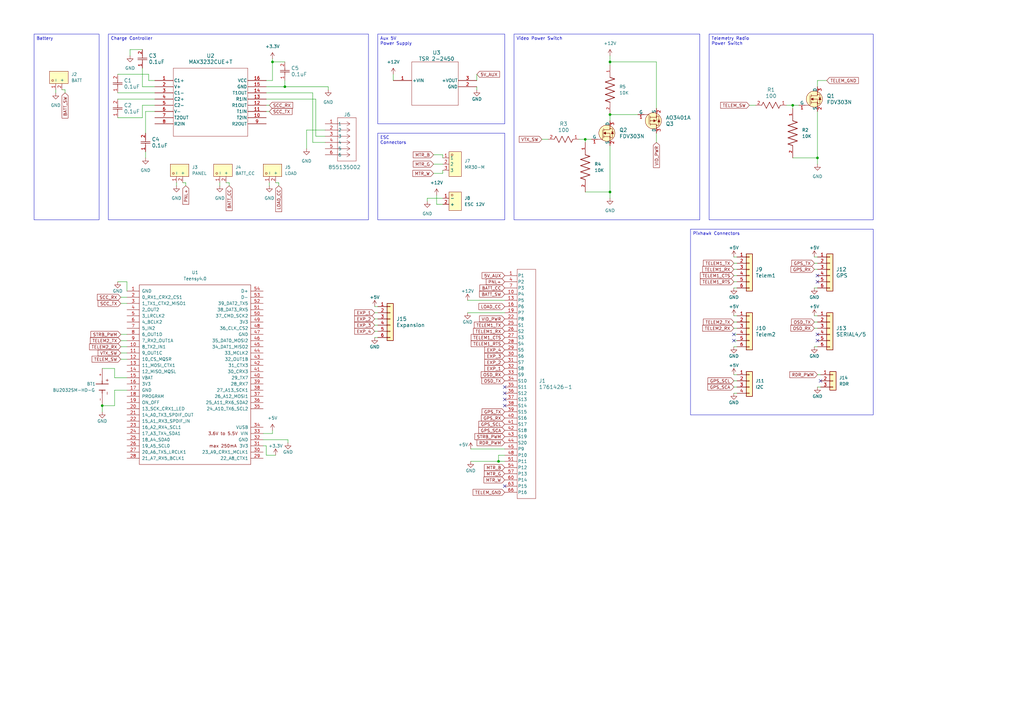
<source format=kicad_sch>
(kicad_sch (version 20231120) (generator "eeschema") (generator_version "8.0")
  (paper "A3")
  (junction (at 250.19 78.74))
  (junction (at 250.19 25.4))
  (junction (at 116.84 35.56))
  (junction (at 41.91 166.37))
  (junction (at 240.03 57.15))
  (junction (at 111.76 25.4))
  (junction (at 325.12 43.18))
  (junction (at 250.19 46.99))
  (junction (at 335.28 64.77))
  (junction (at 204.47 189.23))
  (no_connect (at 207.01 199.39))
  (no_connect (at 336.55 156.21))
  (no_connect (at 207.01 163.83))
  (no_connect (at 335.28 139.7))
  (no_connect (at 207.01 161.29))
  (no_connect (at 335.28 137.16))
  (no_connect (at 300.99 137.16))
  (no_connect (at 207.01 158.75))
  (no_connect (at 335.28 115.57))
  (no_connect (at 300.99 139.7))
  (no_connect (at 335.28 113.03))
  (no_connect (at 207.01 166.37))
  (wire (pts (xy 334.01 134.62) (xy 335.28 134.62)))
  (wire (pts (xy 153.67 130.81) (xy 154.94 130.81)))
  (wire (pts (xy 250.19 78.74) (xy 250.19 81.28)))
  (wire (pts (xy 175.26 81.28) (xy 181.61 81.28)))
  (wire (pts (xy 307.34 43.18) (xy 309.88 43.18)))
  (wire (pts (xy 48.26 38.1) (xy 63.5 38.1)))
  (wire (pts (xy 300.99 156.21) (xy 302.26 156.21)))
  (wire (pts (xy 76.2 76.2) (xy 76.2 74.93)))
  (wire (pts (xy 125.73 53.34) (xy 125.73 60.96)))
  (wire (pts (xy 41.91 151.13) (xy 46.99 151.13)))
  (wire (pts (xy 109.22 186.69) (xy 113.03 186.69)))
  (wire (pts (xy 300.99 110.49) (xy 302.26 110.49)))
  (wire (pts (xy 93.98 76.2) (xy 93.98 74.93)))
  (wire (pts (xy 204.47 189.23) (xy 204.47 186.69)))
  (wire (pts (xy 334.01 107.95) (xy 335.28 107.95)))
  (wire (pts (xy 300.99 129.54) (xy 302.26 129.54)))
  (wire (pts (xy 335.28 64.77) (xy 335.28 67.31)))
  (wire (pts (xy 300.99 132.08) (xy 302.26 132.08)))
  (wire (pts (xy 300.99 115.57) (xy 302.26 115.57)))
  (wire (pts (xy 107.95 177.8) (xy 111.76 177.8)))
  (wire (pts (xy 334.01 118.11) (xy 335.28 118.11)))
  (wire (pts (xy 153.67 125.73) (xy 154.94 125.73)))
  (wire (pts (xy 261.62 46.99) (xy 250.19 46.99)))
  (wire (pts (xy 58.42 20.32) (xy 53.34 20.32)))
  (wire (pts (xy 109.22 38.1) (xy 128.27 38.1)))
  (wire (pts (xy 114.3 74.93) (xy 114.3 76.2)))
  (wire (pts (xy 134.62 35.56) (xy 116.84 35.56)))
  (wire (pts (xy 22.86 36.83) (xy 22.86 38.1)))
  (wire (pts (xy 52.07 115.57) (xy 48.26 115.57)))
  (wire (pts (xy 175.26 82.55) (xy 175.26 81.28)))
  (wire (pts (xy 26.67 36.83) (xy 25.4 36.83)))
  (wire (pts (xy 325.12 64.77) (xy 335.28 64.77)))
  (wire (pts (xy 240.03 78.74) (xy 250.19 78.74)))
  (wire (pts (xy 49.53 142.24) (xy 52.07 142.24)))
  (wire (pts (xy 193.04 184.15) (xy 207.01 184.15)))
  (wire (pts (xy 195.58 30.48) (xy 195.58 33.02)))
  (wire (pts (xy 93.98 74.93) (xy 92.71 74.93)))
  (wire (pts (xy 49.53 121.92) (xy 52.07 121.92)))
  (wire (pts (xy 41.91 166.37) (xy 41.91 168.91)))
  (wire (pts (xy 63.5 43.18) (xy 58.42 43.18)))
  (wire (pts (xy 153.67 128.27) (xy 154.94 128.27)))
  (wire (pts (xy 90.17 74.93) (xy 90.17 76.2)))
  (wire (pts (xy 128.27 38.1) (xy 128.27 58.42)))
  (wire (pts (xy 72.39 74.93) (xy 72.39 76.2)))
  (wire (pts (xy 322.58 43.18) (xy 325.12 43.18)))
  (wire (pts (xy 52.07 119.38) (xy 52.07 115.57)))
  (wire (pts (xy 111.76 24.13) (xy 111.76 25.4)))
  (wire (pts (xy 49.53 147.32) (xy 52.07 147.32)))
  (wire (pts (xy 134.62 35.56) (xy 134.62 36.83)))
  (wire (pts (xy 133.35 55.88) (xy 129.54 55.88)))
  (wire (pts (xy 339.09 33.02) (xy 335.28 33.02)))
  (wire (pts (xy 179.07 83.82) (xy 181.61 83.82)))
  (wire (pts (xy 116.84 33.02) (xy 116.84 35.56)))
  (wire (pts (xy 49.53 124.46) (xy 52.07 124.46)))
  (wire (pts (xy 300.99 153.67) (xy 302.26 153.67)))
  (wire (pts (xy 58.42 35.56) (xy 58.42 27.94)))
  (wire (pts (xy 269.24 25.4) (xy 269.24 44.45)))
  (wire (pts (xy 153.67 135.89) (xy 154.94 135.89)))
  (wire (pts (xy 269.24 54.61) (xy 269.24 58.42)))
  (wire (pts (xy 118.11 180.34) (xy 107.95 180.34)))
  (wire (pts (xy 300.99 139.7) (xy 302.26 139.7)))
  (wire (pts (xy 46.99 151.13) (xy 46.99 154.94)))
  (wire (pts (xy 41.91 166.37) (xy 46.99 166.37)))
  (wire (pts (xy 300.99 158.75) (xy 302.26 158.75)))
  (wire (pts (xy 204.47 189.23) (xy 207.01 189.23)))
  (wire (pts (xy 269.24 25.4) (xy 250.19 25.4)))
  (wire (pts (xy 300.99 134.62) (xy 302.26 134.62)))
  (wire (pts (xy 325.12 43.18) (xy 325.12 44.45)))
  (wire (pts (xy 113.03 74.93) (xy 114.3 74.93)))
  (wire (pts (xy 111.76 25.4) (xy 116.84 25.4)))
  (wire (pts (xy 250.19 59.69) (xy 250.19 78.74)))
  (wire (pts (xy 109.22 33.02) (xy 111.76 33.02)))
  (wire (pts (xy 300.99 161.29) (xy 302.26 161.29)))
  (wire (pts (xy 177.8 67.31) (xy 181.61 67.31)))
  (wire (pts (xy 26.67 38.1) (xy 26.67 36.83)))
  (wire (pts (xy 128.27 58.42) (xy 133.35 58.42)))
  (wire (pts (xy 107.95 182.88) (xy 109.22 182.88)))
  (wire (pts (xy 300.99 142.24) (xy 302.26 142.24)))
  (wire (pts (xy 133.35 53.34) (xy 125.73 53.34)))
  (wire (pts (xy 52.07 160.02) (xy 46.99 160.02)))
  (wire (pts (xy 222.25 57.15) (xy 224.79 57.15)))
  (wire (pts (xy 153.67 133.35) (xy 154.94 133.35)))
  (wire (pts (xy 195.58 35.56) (xy 195.58 36.83)))
  (wire (pts (xy 250.19 25.4) (xy 250.19 26.67)))
  (wire (pts (xy 179.07 80.01) (xy 179.07 83.82)))
  (wire (pts (xy 325.12 43.18) (xy 327.66 43.18)))
  (wire (pts (xy 193.04 189.23) (xy 204.47 189.23)))
  (wire (pts (xy 129.54 40.64) (xy 109.22 40.64)))
  (wire (pts (xy 204.47 186.69) (xy 207.01 186.69)))
  (wire (pts (xy 109.22 182.88) (xy 109.22 186.69)))
  (wire (pts (xy 300.99 107.95) (xy 302.26 107.95)))
  (wire (pts (xy 334.01 129.54) (xy 335.28 129.54)))
  (wire (pts (xy 181.61 64.77) (xy 181.61 63.5)))
  (wire (pts (xy 181.61 63.5) (xy 177.8 63.5)))
  (wire (pts (xy 153.67 138.43) (xy 154.94 138.43)))
  (wire (pts (xy 53.34 20.32) (xy 53.34 22.86)))
  (wire (pts (xy 60.96 33.02) (xy 63.5 33.02)))
  (wire (pts (xy 76.2 74.93) (xy 74.93 74.93)))
  (wire (pts (xy 58.42 43.18) (xy 58.42 48.26)))
  (wire (pts (xy 161.29 30.48) (xy 161.29 33.02)))
  (wire (pts (xy 129.54 55.88) (xy 129.54 40.64)))
  (wire (pts (xy 334.01 105.41) (xy 335.28 105.41)))
  (wire (pts (xy 250.19 22.86) (xy 250.19 25.4)))
  (wire (pts (xy 336.55 158.75) (xy 335.28 158.75)))
  (wire (pts (xy 207.01 123.19) (xy 191.77 123.19)))
  (wire (pts (xy 60.96 33.02) (xy 60.96 30.48)))
  (wire (pts (xy 48.26 40.64) (xy 63.5 40.64)))
  (wire (pts (xy 111.76 176.53) (xy 111.76 177.8)))
  (wire (pts (xy 300.99 105.41) (xy 302.26 105.41)))
  (wire (pts (xy 49.53 139.7) (xy 52.07 139.7)))
  (wire (pts (xy 46.99 160.02) (xy 46.99 166.37)))
  (wire (pts (xy 181.61 69.85) (xy 181.61 71.12)))
  (wire (pts (xy 240.03 57.15) (xy 242.57 57.15)))
  (wire (pts (xy 63.5 45.72) (xy 59.69 45.72)))
  (wire (pts (xy 300.99 118.11) (xy 302.26 118.11)))
  (wire (pts (xy 335.28 45.72) (xy 335.28 64.77)))
  (wire (pts (xy 334.01 110.49) (xy 335.28 110.49)))
  (wire (pts (xy 240.03 57.15) (xy 240.03 58.42)))
  (wire (pts (xy 181.61 71.12) (xy 177.8 71.12)))
  (wire (pts (xy 59.69 62.23) (xy 59.69 64.77)))
  (wire (pts (xy 335.28 153.67) (xy 336.55 153.67)))
  (wire (pts (xy 63.5 35.56) (xy 58.42 35.56)))
  (wire (pts (xy 49.53 144.78) (xy 52.07 144.78)))
  (wire (pts (xy 110.49 74.93) (xy 110.49 76.2)))
  (wire (pts (xy 110.49 45.72) (xy 109.22 45.72)))
  (wire (pts (xy 49.53 137.16) (xy 52.07 137.16)))
  (wire (pts (xy 334.01 142.24) (xy 335.28 142.24)))
  (wire (pts (xy 300.99 113.03) (xy 302.26 113.03)))
  (wire (pts (xy 300.99 137.16) (xy 302.26 137.16)))
  (wire (pts (xy 118.11 181.61) (xy 118.11 180.34)))
  (wire (pts (xy 60.96 30.48) (xy 48.26 30.48)))
  (wire (pts (xy 250.19 46.99) (xy 250.19 49.53)))
  (wire (pts (xy 58.42 48.26) (xy 48.26 48.26)))
  (wire (pts (xy 46.99 154.94) (xy 52.07 154.94)))
  (wire (pts (xy 237.49 57.15) (xy 240.03 57.15)))
  (wire (pts (xy 59.69 45.72) (xy 59.69 54.61)))
  (wire (pts (xy 335.28 33.02) (xy 335.28 35.56)))
  (wire (pts (xy 109.22 43.18) (xy 110.49 43.18)))
  (wire (pts (xy 334.01 132.08) (xy 335.28 132.08)))
  (wire (pts (xy 109.22 35.56) (xy 116.84 35.56)))
  (wire (pts (xy 191.77 128.27) (xy 207.01 128.27)))
  (wire (pts (xy 111.76 25.4) (xy 111.76 33.02)))
  (text_box "Charge Controller\n" (at 44.45 13.97 0) (size 106.68 76.2) (effects (font (size 1.27 1.27)) (justify left top)))
  (text_box "Telemetry Radio\nPower Switch\n" (at 290.83 13.97 0) (size 67.31 76.2) (effects (font (size 1.27 1.27)) (justify left top)))
  (text_box "Aux 5V\nPower Supply" (at 154.94 13.97 0) (size 52.07 36.83) (effects (font (size 1.27 1.27)) (justify left top)))
  (text_box "Battery" (at 13.97 13.97 0) (size 26.67 76.2) (effects (font (size 1.27 1.27)) (justify left top)))
  (text_box "ESC\nConnectors" (at 154.94 54.61 0) (size 52.07 35.56) (effects (font (size 1.27 1.27)) (justify left top)))
  (text_box "Video Power Switch\n" (at 210.82 13.97 0) (size 76.2 76.2) (effects (font (size 1.27 1.27)) (justify left top)))
  (text_box "Pixhawk Connectors" (at 283.21 93.98 0) (size 74.93 76.2) (effects (font (size 1.27 1.27)) (justify left top)))
  (global_label "OSD_TX" (shape input) (at 207.01 156.21 180) (property "Intersheetrefs" "${INTERSHEET_REFS}" (effects (hide yes))))
  (global_label "GPS_TX" (shape input) (at 334.01 107.95 180) (property "Intersheetrefs" "${INTERSHEET_REFS}" (effects (hide yes))))
  (global_label "VID_PWR" (shape input) (at 207.01 130.81 180) (property "Intersheetrefs" "${INTERSHEET_REFS}" (effects (hide yes))))
  (global_label "EXP_2" (shape input) (at 153.67 130.81 180) (property "Intersheetrefs" "${INTERSHEET_REFS}" (effects (hide yes))))
  (global_label "GPS_SCA" (shape input) (at 300.99 158.75 180) (property "Intersheetrefs" "${INTERSHEET_REFS}" (effects (hide yes))))
  (global_label "SCC_RX" (shape input) (at 110.49 43.18 0) (property "Intersheetrefs" "${INTERSHEET_REFS}" (effects (hide yes))))
  (global_label "TELEM_SW" (shape input) (at 49.53 147.32 180) (property "Intersheetrefs" "${INTERSHEET_REFS}" (effects (hide yes))))
  (global_label "GPS_RX" (shape input) (at 207.01 171.45 180) (property "Intersheetrefs" "${INTERSHEET_REFS}" (effects (hide yes))))
  (global_label "TELEM2_TX" (shape input) (at 300.99 132.08 180) (property "Intersheetrefs" "${INTERSHEET_REFS}" (effects (hide yes))))
  (global_label "TELEM2_TX" (shape input) (at 49.53 139.7 180) (property "Intersheetrefs" "${INTERSHEET_REFS}" (effects (hide yes))))
  (global_label "STRB_PWM" (shape input) (at 207.01 179.07 180) (property "Intersheetrefs" "${INTERSHEET_REFS}" (effects (hide yes))))
  (global_label "EXP_4" (shape input) (at 207.01 143.51 180) (property "Intersheetrefs" "${INTERSHEET_REFS}" (effects (hide yes))))
  (global_label "MTR_B" (shape input) (at 177.8 63.5 180) (property "Intersheetrefs" "${INTERSHEET_REFS}" (effects (hide yes))))
  (global_label "RDR_PWM" (shape input) (at 335.28 153.67 180) (property "Intersheetrefs" "${INTERSHEET_REFS}" (effects (hide yes))))
  (global_label "TELEM_GND" (shape input) (at 207.01 201.93 180) (property "Intersheetrefs" "${INTERSHEET_REFS}" (effects (hide yes))))
  (global_label "GPS_SCL" (shape input) (at 300.99 156.21 180) (property "Intersheetrefs" "${INTERSHEET_REFS}" (effects (hide yes))))
  (global_label "MTR_W" (shape input) (at 177.8 71.12 180) (property "Intersheetrefs" "${INTERSHEET_REFS}" (effects (hide yes))))
  (global_label "EXP_1" (shape input) (at 207.01 151.13 180) (property "Intersheetrefs" "${INTERSHEET_REFS}" (effects (hide yes))))
  (global_label "EXP_1" (shape input) (at 153.67 128.27 180) (property "Intersheetrefs" "${INTERSHEET_REFS}" (effects (hide yes))))
  (global_label "EXP_3" (shape input) (at 207.01 146.05 180) (property "Intersheetrefs" "${INTERSHEET_REFS}" (effects (hide yes))))
  (global_label "EXP_3" (shape input) (at 153.67 133.35 180) (property "Intersheetrefs" "${INTERSHEET_REFS}" (effects (hide yes))))
  (global_label "SCC_RX" (shape input) (at 49.53 121.92 180) (property "Intersheetrefs" "${INTERSHEET_REFS}" (effects (hide yes))))
  (global_label "BATT_CC" (shape input) (at 93.98 76.2 270) (property "Intersheetrefs" "${INTERSHEET_REFS}" (effects (hide yes))))
  (global_label "VID_PWR" (shape input) (at 269.24 58.42 270) (property "Intersheetrefs" "${INTERSHEET_REFS}" (effects (hide yes))))
  (global_label "BATT_CC" (shape input) (at 207.01 118.11 180) (property "Intersheetrefs" "${INTERSHEET_REFS}" (effects (hide yes))))
  (global_label "GPS_TX" (shape input) (at 207.01 168.91 180) (property "Intersheetrefs" "${INTERSHEET_REFS}" (effects (hide yes))))
  (global_label "EXP_4" (shape input) (at 153.67 135.89 180) (property "Intersheetrefs" "${INTERSHEET_REFS}" (effects (hide yes))))
  (global_label "MTR_G" (shape input) (at 207.01 194.31 180) (property "Intersheetrefs" "${INTERSHEET_REFS}" (effects (hide yes))))
  (global_label "RDR_PWM" (shape input) (at 207.01 181.61 180) (property "Intersheetrefs" "${INTERSHEET_REFS}" (effects (hide yes))))
  (global_label "MTR_G" (shape input) (at 177.8 67.31 180) (property "Intersheetrefs" "${INTERSHEET_REFS}" (effects (hide yes))))
  (global_label "BATT_SW" (shape input) (at 207.01 120.65 180) (property "Intersheetrefs" "${INTERSHEET_REFS}" (effects (hide yes))))
  (global_label "TELEM1_RX" (shape input) (at 207.01 135.89 180) (property "Intersheetrefs" "${INTERSHEET_REFS}" (effects (hide yes))))
  (global_label "TELEM2_RX" (shape input) (at 300.99 134.62 180) (property "Intersheetrefs" "${INTERSHEET_REFS}" (effects (hide yes))))
  (global_label "TELEM1_CTS" (shape input) (at 300.99 113.03 180) (property "Intersheetrefs" "${INTERSHEET_REFS}" (effects (hide yes))))
  (global_label "TELEM_GND" (shape input) (at 339.09 33.02 0) (property "Intersheetrefs" "${INTERSHEET_REFS}" (effects (hide yes))))
  (global_label "GPS_SCA" (shape input) (at 207.01 176.53 180) (property "Intersheetrefs" "${INTERSHEET_REFS}" (effects (hide yes))))
  (global_label "BATT_SW" (shape input) (at 26.67 38.1 270) (property "Intersheetrefs" "${INTERSHEET_REFS}" (effects (hide yes))))
  (global_label "MTR_W" (shape input) (at 207.01 196.85 180) (property "Intersheetrefs" "${INTERSHEET_REFS}" (effects (hide yes))))
  (global_label "VTX_SW" (shape input) (at 222.25 57.15 180) (property "Intersheetrefs" "${INTERSHEET_REFS}" (effects (hide yes))))
  (global_label "PNL+" (shape input) (at 76.2 76.2 270) (property "Intersheetrefs" "${INTERSHEET_REFS}" (effects (hide yes))))
  (global_label "PNL+" (shape input) (at 207.01 115.57 180) (property "Intersheetrefs" "${INTERSHEET_REFS}" (effects (hide yes))))
  (global_label "TELEM2_RX" (shape input) (at 49.53 142.24 180) (property "Intersheetrefs" "${INTERSHEET_REFS}" (effects (hide yes))))
  (global_label "5V_AUX" (shape input) (at 207.01 113.03 180) (property "Intersheetrefs" "${INTERSHEET_REFS}" (effects (hide yes))))
  (global_label "TELEM_SW" (shape input) (at 307.34 43.18 180) (property "Intersheetrefs" "${INTERSHEET_REFS}" (effects (hide yes))))
  (global_label "GPS_RX" (shape input) (at 334.01 110.49 180) (property "Intersheetrefs" "${INTERSHEET_REFS}" (effects (hide yes))))
  (global_label "SCC_TX" (shape input) (at 49.53 124.46 180) (property "Intersheetrefs" "${INTERSHEET_REFS}" (effects (hide yes))))
  (global_label "TELEM1_RTS" (shape input) (at 207.01 140.97 180) (property "Intersheetrefs" "${INTERSHEET_REFS}" (effects (hide yes))))
  (global_label "STRB_PWM" (shape input) (at 49.53 137.16 180) (property "Intersheetrefs" "${INTERSHEET_REFS}" (effects (hide yes))))
  (global_label "MTR_B" (shape input) (at 207.01 191.77 180) (property "Intersheetrefs" "${INTERSHEET_REFS}" (effects (hide yes))))
  (global_label "GPS_SCL" (shape input) (at 207.01 173.99 180) (property "Intersheetrefs" "${INTERSHEET_REFS}" (effects (hide yes))))
  (global_label "TELEM1_TX" (shape input) (at 300.99 107.95 180) (property "Intersheetrefs" "${INTERSHEET_REFS}" (effects (hide yes))))
  (global_label "VTX_SW" (shape input) (at 49.53 144.78 180) (property "Intersheetrefs" "${INTERSHEET_REFS}" (effects (hide yes))))
  (global_label "TELEM1_CTS" (shape input) (at 207.01 138.43 180) (property "Intersheetrefs" "${INTERSHEET_REFS}" (effects (hide yes))))
  (global_label "TELEM1_RX" (shape input) (at 300.99 110.49 180) (property "Intersheetrefs" "${INTERSHEET_REFS}" (effects (hide yes))))
  (global_label "TELEM1_RTS" (shape input) (at 300.99 115.57 180) (property "Intersheetrefs" "${INTERSHEET_REFS}" (effects (hide yes))))
  (global_label "SCC_TX" (shape input) (at 110.49 45.72 0) (property "Intersheetrefs" "${INTERSHEET_REFS}" (effects (hide yes))))
  (global_label "LOAD_CC" (shape input) (at 207.01 125.73 180) (property "Intersheetrefs" "${INTERSHEET_REFS}" (effects (hide yes))))
  (global_label "5V_AUX" (shape input) (at 195.58 30.48 0) (property "Intersheetrefs" "${INTERSHEET_REFS}" (effects (hide yes))))
  (global_label "OSD_RX" (shape input) (at 334.01 134.62 180) (property "Intersheetrefs" "${INTERSHEET_REFS}" (effects (hide yes))))
  (global_label "OSD_TX" (shape input) (at 334.01 132.08 180) (property "Intersheetrefs" "${INTERSHEET_REFS}" (effects (hide yes))))
  (global_label "EXP_2" (shape input) (at 207.01 148.59 180) (property "Intersheetrefs" "${INTERSHEET_REFS}" (effects (hide yes))))
  (global_label "LOAD_CC" (shape input) (at 114.3 76.2 270) (property "Intersheetrefs" "${INTERSHEET_REFS}" (effects (hide yes))))
  (global_label "OSD_RX" (shape input) (at 207.01 153.67 180) (property "Intersheetrefs" "${INTERSHEET_REFS}" (effects (hide yes))))
  (global_label "TELEM1_TX" (shape input) (at 207.01 133.35 180) (property "Intersheetrefs" "${INTERSHEET_REFS}" (effects (hide yes))))
  (symbol (lib_id "power:+5V") (at 111.76 176.53 0) (unit 1)
    (property "Reference" "#PWR07" (effects (hide yes)))
    (property "Value" "+5V" (at 111.76 171.45 0))
  )
  (symbol (lib_id "power:+12V") (at 161.29 30.48 0) (unit 1)
    (property "Reference" "#PWR014" (effects (hide yes)))
    (property "Value" "+12V" (at 161.29 25.4 0))
  )
  (symbol (lib_id "easyeda2kicad:XT60") (at 111.76 69.85 90) (unit 1)
    (property "Reference" "J5" (at 116.84 68.58 90) (effects (justify right)))
    (property "Value" "LOAD" (at 116.84 71.12 90) (effects (justify right)))
    (property "Footprint" "easyeda2kicad:CONN-TH_XT60" (effects (hide yes)))
    (property "LCSC Part" "C98733" (effects (hide yes)))
  )
  (symbol (lib_name "+12V_1") (lib_id "power:+12V") (at 191.77 123.19 0) (unit 1)
    (property "Reference" "#PWR035" (effects (hide yes)))
    (property "Value" "+12V" (at 191.77 119.38 0))
    (property "Description" "Power symbol creates a global label with name \"+12V\"" (effects (hide yes)))
  )
  (symbol (lib_id "CRGCQ0805F10K:CRGCQ0805F10K") (at 250.19 36.83 270) (unit 1)
    (property "Reference" "R5" (at 254 35.56 90) (effects (justify left)))
    (property "Value" "10K" (at 254 38.1 90) (effects (justify left)))
    (property "Footprint" "CRGCQ0805F10K:RESC2012X65N" (effects (hide yes)))
  )
  (symbol (lib_id "CC0805KRX7R9BB104:CC0805KRX7R9BB104") (at 48.26 48.26 90) (unit 1)
    (property "Reference" "C2" (at 50.8 43.18 90) (effects (font (size 1.524 1.524)) (justify right)))
    (property "Value" "0.1uF" (at 50.8 45.72 90) (effects (font (size 1.524 1.524)) (justify right)))
    (property "Footprint" "CC0805N_YAG" (effects (hide yes)))
    (property "Datasheet" "CC0805KRX7R9BB104" (effects (hide yes)))
  )
  (symbol (lib_id "power:GND") (at 193.04 189.23 0) (mirror y) (unit 1)
    (property "Reference" "#PWR033" (effects (hide yes)))
    (property "Value" "GND" (at 193.04 193.04 0))
  )
  (symbol (lib_id "easyeda2kicad:MR30-M") (at 186.69 67.31 0) (unit 1)
    (property "Reference" "J7" (at 190.5 66.04 0) (effects (justify left)))
    (property "Value" "MR30-M" (at 190.5 68.58 0) (effects (justify left)))
    (property "Footprint" "easyeda2kicad:CONN-TH_MR30-M" (effects (hide yes)))
    (property "LCSC Part" "C99873" (effects (hide yes)))
  )
  (symbol (lib_id "power:GND") (at 53.34 22.86 0) (unit 1)
    (property "Reference" "#PWR03" (effects (hide yes)))
    (property "Value" "GND" (at 53.34 27.94 0))
  )
  (symbol (lib_id "CRGCQ0805F10K:CRGCQ0805F10K") (at 240.03 68.58 270) (unit 1)
    (property "Reference" "R4" (at 243.84 67.31 90) (effects (justify left)))
    (property "Value" "10K" (at 243.84 69.85 90) (effects (justify left)))
    (property "Footprint" "CRGCQ0805F10K:RESC2012X65N" (effects (hide yes)))
  )
  (symbol (lib_id "teensy:Teensy4.0") (at 80.01 153.67 0) (unit 1)
    (property "Reference" "U1" (at 80.01 111.76 0))
    (property "Value" "Teensy4.0" (at 80.01 114.3 0))
    (property "Footprint" "teensy_library:Teensy40" (effects (hide yes)))
  )
  (symbol (lib_id "power:+5V") (at 300.99 129.54 0) (unit 1)
    (property "Reference" "#PWR023" (effects (hide yes)))
    (property "Value" "+5V" (at 300.99 125.73 0))
  )
  (symbol (lib_id "power:GND") (at 175.26 82.55 0) (unit 1)
    (property "Reference" "#PWR016" (effects (hide yes)))
    (property "Value" "GND" (at 175.26 87.63 0))
  )
  (symbol (lib_id "power:GND") (at 334.01 142.24 0) (unit 1)
    (property "Reference" "#PWR030" (effects (hide yes)))
    (property "Value" "GND" (at 334.01 146.05 0))
  )
  (symbol (lib_id "power:GND") (at 118.11 181.61 0) (unit 1)
    (property "Reference" "#PWR011" (effects (hide yes)))
    (property "Value" "GND" (at 118.11 185.42 0))
  )
  (symbol (lib_id "easyeda2kicad:XT60") (at 24.13 31.75 90) (unit 1)
    (property "Reference" "J2" (at 29.21 30.48 90) (effects (justify right)))
    (property "Value" "BATT" (at 29.21 33.02 90) (effects (justify right)))
    (property "Footprint" "easyeda2kicad:CONN-TH_XT60" (effects (hide yes)))
    (property "LCSC Part" "C98733" (effects (hide yes)))
  )
  (symbol (lib_id "dk_Transistors-FETs-MOSFETs-Single:AO3401A") (at 269.24 49.53 0) (mirror x) (unit 1)
    (property "Reference" "Q3" (at 273.05 50.8 0) (effects (font (size 1.524 1.524)) (justify left)))
    (property "Value" "AO3401A" (at 273.05 48.26 0) (effects (font (size 1.524 1.524)) (justify left)))
    (property "Footprint" "digikey-footprints:SOT-23-3" (effects (hide yes)))
    (property "Datasheet" "http://aosmd.com/res/data_sheets/AO3401A.pdf" (effects (hide yes)))
    (property "Description" "MOSFET P-CH 30V 4A SOT23" (effects (hide yes)))
    (property "Digi-Key_PN" "785-1001-1-ND" (effects (hide yes)))
    (property "MPN" "AO3401A" (effects (hide yes)))
    (property "Category" "Discrete Semiconductor Products" (effects (hide yes)))
    (property "Family" "Transistors - FETs, MOSFETs - Single" (effects (hide yes)))
    (property "DK_Datasheet_Link" "http://aosmd.com/res/data_sheets/AO3401A.pdf" (effects (hide yes)))
    (property "DK_Detail_Page" "/product-detail/en/alpha-omega-semiconductor-inc/AO3401A/785-1001-1-ND/1855943" (effects (hide yes)))
    (property "Manufacturer" "Alpha & Omega Semiconductor Inc." (effects (hide yes)))
    (property "Status" "Active" (effects (hide yes)))
  )
  (symbol (lib_id "power:GND") (at 22.86 38.1 0) (unit 1)
    (property "Reference" "#PWR01" (effects (hide yes)))
    (property "Value" "GND" (at 22.86 43.18 0))
  )
  (symbol (lib_id "Connector_Generic:Conn_01x06") (at 340.36 134.62 0) (unit 1)
    (property "Reference" "J13" (at 342.9 134.62 0) (effects (font (size 1.524 1.524)) (justify left)))
    (property "Value" "SERIAL4/5" (at 342.9 137.16 0) (effects (font (size 1.524 1.524)) (justify left)))
    (property "Footprint" "Connector_JST:JST_PH_B6B-PH-K_1x06_P2.00mm_Vertical" (effects (hide yes)))
  )
  (symbol (lib_id "BU2032SM_HD_G:BU2032SM-HD-G") (at 41.91 158.75 270) (unit 1)
    (property "Reference" "BT1" (at 35.56 157.48 90) (effects (justify left)))
    (property "Value" "BU2032SM-HD-G" (at 21.59 160.02 90) (effects (justify left)))
    (property "Footprint" "BU2032SM_HD_G:BAT_BU2032SM-HD-G" (effects (hide yes)))
    (property "PARTREV" "01/27/17" (effects (hide yes)))
    (property "STANDARD" "Manufacturer Recommendations" (effects (hide yes)))
    (property "MAXIMUM_PACKAGE_HEIGHT" "5.30 mm" (effects (hide yes)))
    (property "MANUFACTURER" "MPD" (effects (hide yes)))
  )
  (symbol (lib_id "power:GND") (at 300.99 118.11 0) (unit 1)
    (property "Reference" "#PWR022" (effects (hide yes)))
    (property "Value" "GND" (at 300.99 121.92 0))
  )
  (symbol (lib_id "power:GND") (at 191.77 128.27 0) (mirror y) (unit 1)
    (property "Reference" "#PWR034" (effects (hide yes)))
    (property "Value" "GND" (at 191.77 132.08 0))
  )
  (symbol (lib_id "CRG0805F100R:CRG0805F100R") (at 309.88 43.18 0) (unit 1)
    (property "Reference" "R1" (at 316.23 36.83 0) (effects (font (size 1.524 1.524))))
    (property "Value" "100" (at 316.23 39.37 0) (effects (font (size 1.524 1.524))))
    (property "Footprint" "RES0805_CRG_TYCO_TYC" (effects (hide yes)))
    (property "Datasheet" "CRG0805F100R" (effects (hide yes)))
  )
  (symbol (lib_id "Connector_Generic:Conn_01x06") (at 340.36 110.49 0) (unit 1)
    (property "Reference" "J12" (at 342.9 110.49 0) (effects (font (size 1.524 1.524)) (justify left)))
    (property "Value" "GPS" (at 342.9 113.03 0) (effects (font (size 1.524 1.524)) (justify left)))
    (property "Footprint" "Connector_JST:JST_PH_B6B-PH-K_1x06_P2.00mm_Vertical" (effects (hide yes)))
  )
  (symbol (lib_id "power:GND") (at 300.99 142.24 0) (unit 1)
    (property "Reference" "#PWR024" (effects (hide yes)))
    (property "Value" "GND" (at 300.99 146.05 0))
  )
  (symbol (lib_id "power:+5V") (at 193.04 184.15 0) (unit 1)
    (property "Reference" "#PWR032" (effects (hide yes)))
    (property "Value" "+5V" (at 189.992 182.372 0))
  )
  (symbol (lib_id "Connector_Generic:Conn_01x04") (at 307.34 156.21 0) (unit 1)
    (property "Reference" "J11" (at 309.88 156.21 0) (effects (justify left)))
    (property "Value" "I2C" (at 309.88 158.75 0) (effects (justify left)))
    (property "Footprint" "Connector_JST:JST_PH_B4B-PH-K_1x04_P2.00mm_Vertical" (effects (hide yes)))
  )
  (symbol (lib_id "0855135002:855135002") (at 133.35 50.8 0) (unit 1)
    (property "Reference" "J6" (at 140.97 46.99 0) (effects (font (size 1.524 1.524)) (justify left)))
    (property "Value" "855135002" (at 134.62 68.58 0) (effects (font (size 1.524 1.524)) (justify left)))
    (property "Footprint" "CONN_85513-5002_MOL" (effects (hide yes)))
    (property "Datasheet" "855135002" (effects (hide yes)))
  )
  (symbol (lib_id "Connector_Generic:Conn_01x06") (at 160.02 130.81 0) (unit 1)
    (property "Reference" "J15" (at 162.56 130.8099 0) (effects (font (size 1.524 1.524)) (justify left)))
    (property "Value" "Expansion" (at 162.56 133.3499 0) (effects (font (size 1.524 1.524)) (justify left)))
    (property "Footprint" "Connector_JST:JST_PH_B6B-PH-K_1x06_P2.00mm_Vertical" (effects (hide yes)))
  )
  (symbol (lib_id "power:+12V") (at 179.07 80.01 0) (unit 1)
    (property "Reference" "#PWR017" (effects (hide yes)))
    (property "Value" "+12V" (at 179.07 74.93 0))
  )
  (symbol (lib_id "1761426_3:1761426-1_edge") (at 207.01 113.03 0) (unit 1)
    (property "Reference" "J1" (at 220.98 156.21 0) (effects (font (size 1.524 1.524)) (justify left)))
    (property "Value" "1761426-1" (at 220.98 158.75 0) (effects (font (size 1.524 1.524)) (justify left)))
    (property "Footprint" "1761426_3:1761426_1_CardEdge" (effects (hide yes)))
    (property "Datasheet" "1761426-1" (effects (hide yes)))
  )
  (symbol (lib_id "power:GND") (at 300.99 161.29 0) (unit 1)
    (property "Reference" "#PWR026" (effects (hide yes)))
    (property "Value" "GND" (at 300.99 165.1 0))
  )
  (symbol (lib_id "CC0805KRX7R9BB104:CC0805KRX7R9BB104") (at 58.42 27.94 90) (unit 1)
    (property "Reference" "C3" (at 60.96 22.86 90) (effects (font (size 1.524 1.524)) (justify right)))
    (property "Value" "0.1uF" (at 60.96 25.4 90) (effects (font (size 1.524 1.524)) (justify right)))
    (property "Footprint" "CC0805N_YAG" (effects (hide yes)))
    (property "Datasheet" "CC0805KRX7R9BB104" (effects (hide yes)))
  )
  (symbol (lib_id "power:GND") (at 110.49 76.2 0) (unit 1)
    (property "Reference" "#PWR05" (effects (hide yes)))
    (property "Value" "GND" (at 110.49 81.28 0))
  )
  (symbol (lib_id "power:+5V") (at 300.99 153.67 0) (unit 1)
    (property "Reference" "#PWR025" (effects (hide yes)))
    (property "Value" "+5V" (at 300.99 149.86 0))
  )
  (symbol (lib_id "CRGCQ0805F10K:CRGCQ0805F10K") (at 325.12 54.61 270) (unit 1)
    (property "Reference" "R2" (at 328.93 53.34 90) (effects (justify left)))
    (property "Value" "10K" (at 328.93 55.88 90) (effects (justify left)))
    (property "Footprint" "CRGCQ0805F10K:RESC2012X65N" (effects (hide yes)))
  )
  (symbol (lib_id "power:GND") (at 72.39 76.2 0) (unit 1)
    (property "Reference" "#PWR06" (effects (hide yes)))
    (property "Value" "GND" (at 72.39 81.28 0))
  )
  (symbol (lib_id "easyeda2kicad:XT60") (at 91.44 69.85 90) (unit 1)
    (property "Reference" "J4" (at 96.52 68.58 90) (effects (justify right)))
    (property "Value" "BATT_CC" (at 96.52 71.12 90) (effects (justify right)))
    (property "Footprint" "easyeda2kicad:CONN-TH_XT60" (effects (hide yes)))
    (property "LCSC Part" "C98733" (effects (hide yes)))
  )
  (symbol (lib_id "power:GND") (at 195.58 36.83 0) (unit 1)
    (property "Reference" "#PWR018" (effects (hide yes)))
    (property "Value" "GND" (at 195.58 40.64 0))
  )
  (symbol (lib_id "power:GND") (at 59.69 64.77 0) (unit 1)
    (property "Reference" "#PWR04" (effects (hide yes)))
    (property "Value" "GND" (at 59.69 69.85 0))
  )
  (symbol (lib_id "power:+12V") (at 250.19 22.86 0) (unit 1)
    (property "Reference" "#PWR019" (effects (hide yes)))
    (property "Value" "+12V" (at 250.19 17.78 0))
  )
  (symbol (lib_id "power:+5V") (at 334.01 105.41 0) (unit 1)
    (property "Reference" "#PWR027" (effects (hide yes)))
    (property "Value" "+5V" (at 334.01 101.6 0))
  )
  (symbol (lib_id "power:+5V") (at 300.99 105.41 0) (unit 1)
    (property "Reference" "#PWR021" (effects (hide yes)))
    (property "Value" "+5V" (at 300.99 101.6 0))
  )
  (symbol (lib_id "CRG0805F100R:CRG0805F100R") (at 224.79 57.15 0) (unit 1)
    (property "Reference" "R3" (at 231.14 50.8 0) (effects (font (size 1.524 1.524))))
    (property "Value" "100" (at 231.14 53.34 0) (effects (font (size 1.524 1.524))))
    (property "Footprint" "RES0805_CRG_TYCO_TYC" (effects (hide yes)))
    (property "Datasheet" "CRG0805F100R" (effects (hide yes)))
  )
  (symbol (lib_id "power:+5V") (at 153.67 125.73 0) (unit 1)
    (property "Reference" "#PWR036" (effects (hide yes)))
    (property "Value" "+5V" (at 153.67 121.92 0))
  )
  (symbol (lib_id "power:+3.3V") (at 111.76 24.13 0) (unit 1)
    (property "Reference" "#PWR010" (effects (hide yes)))
    (property "Value" "+3.3V" (at 111.76 19.05 0))
  )
  (symbol (lib_id "power:+3.3V") (at 113.03 186.69 0) (unit 1)
    (property "Reference" "#PWR09" (effects (hide yes)))
    (property "Value" "+3.3V" (at 113.03 182.88 0))
  )
  (symbol (lib_id "power:GND") (at 335.28 67.31 0) (unit 1)
    (property "Reference" "#PWR015" (effects (hide yes)))
    (property "Value" "GND" (at 335.28 72.39 0))
  )
  (symbol (lib_id "easyeda2kicad:XT60") (at 73.66 69.85 90) (unit 1)
    (property "Reference" "J3" (at 78.74 68.58 90) (effects (justify right)))
    (property "Value" "PANEL" (at 78.74 71.12 90) (effects (justify right)))
    (property "Footprint" "easyeda2kicad:CONN-TH_XT60" (effects (hide yes)))
    (property "LCSC Part" "C98733" (effects (hide yes)))
  )
  (symbol (lib_id "power:GND") (at 334.01 118.11 0) (unit 1)
    (property "Reference" "#PWR028" (effects (hide yes)))
    (property "Value" "GND" (at 334.01 121.92 0))
  )
  (symbol (lib_id "power:GND") (at 250.19 81.28 0) (unit 1)
    (property "Reference" "#PWR020" (effects (hide yes)))
    (property "Value" "GND" (at 250.19 86.36 0))
  )
  (symbol (lib_id "Connector_Generic:Conn_01x03") (at 341.63 156.21 0) (unit 1)
    (property "Reference" "J14" (at 344.17 154.94 0) (effects (justify left)))
    (property "Value" "RDR" (at 344.17 157.48 0) (effects (justify left)))
    (property "Footprint" "Connector_JST:JST_PH_B3B-PH-K_1x03_P2.00mm_Vertical" (effects (hide yes)))
    (property "Description" "CONN HEADER VERT 3POS 2.5MM" (effects (hide yes)))
    (property "Digi-Key_PN" "455-2248-ND" (effects (hide yes)))
    (property "MPN" "B3B-XH-A(LF)(SN)" (effects (hide yes)))
    (property "Category" "Connectors, Interconnects" (effects (hide yes)))
    (property "Family" "Rectangular Connectors - Headers, Male Pins" (effects (hide yes)))
    (property "Manufacturer" "JST Sales America Inc." (effects (hide yes)))
    (property "Status" "Active" (effects (hide yes)))
  )
  (symbol (lib_id "easyeda2kicad:XT60") (at 186.69 82.55 0) (unit 1)
    (property "Reference" "J8" (at 190.5 81.2799 0) (effects (justify left)))
    (property "Value" "ESC 12V" (at 190.5 83.8199 0) (effects (justify left)))
    (property "Footprint" "easyeda2kicad:CONN-TH_XT60" (effects (hide yes)))
    (property "LCSC Part" "C98733" (effects (hide yes)))
  )
  (symbol (lib_id "TSR_2_2450:TSR_2-2450") (at 161.29 33.02 0) (unit 1)
    (property "Reference" "U3" (at 179.07 21.59 0) (effects (font (size 1.524 1.524))))
    (property "Value" "TSR 2-2450" (at 179.07 24.13 0) (effects (font (size 1.524 1.524))))
    (property "Footprint" "TSR 2-2450_TRP" (effects (hide yes)))
    (property "Datasheet" "TSR 2-2450" (effects (hide yes)))
  )
  (symbol (lib_id "power:GND") (at 41.91 168.91 0) (unit 1)
    (property "Reference" "#PWR038" (effects (hide yes)))
    (property "Value" "GND" (at 41.91 172.72 0))
  )
  (symbol (lib_id "MAX3232CUE_T:MAX3232CUE+T") (at 63.5 33.02 0) (unit 1)
    (property "Reference" "U2" (at 86.36 22.86 0) (effects (font (size 1.524 1.524))))
    (property "Value" "MAX3232CUE+T" (at 86.36 25.4 0) (effects (font (size 1.524 1.524))))
    (property "Footprint" "MAX3232CUE_T:21-0066-J_16L_MXM" (effects (hide yes)))
    (property "Datasheet" "MAX3232CUE+T" (effects (hide yes)))
  )
  (symbol (lib_id "Connector_Generic:Conn_01x06") (at 307.34 110.49 0) (unit 1)
    (property "Reference" "J9" (at 309.88 110.49 0) (effects (font (size 1.524 1.524)) (justify left)))
    (property "Value" "Telem1" (at 309.88 113.03 0) (effects (font (size 1.524 1.524)) (justify left)))
    (property "Footprint" "Connector_JST:JST_PH_B6B-PH-K_1x06_P2.00mm_Vertical" (effects (hide yes)))
  )
  (symbol (lib_id "power:+5V") (at 334.01 129.54 0) (unit 1)
    (property "Reference" "#PWR029" (effects (hide yes)))
    (property "Value" "+5V" (at 334.01 125.73 0))
  )
  (symbol (lib_id "power:GND") (at 125.73 60.96 0) (unit 1)
    (property "Reference" "#PWR012" (effects (hide yes)))
    (property "Value" "GND" (at 125.73 66.04 0))
  )
  (symbol (lib_id "CC0805KRX7R9BB104:CC0805KRX7R9BB104") (at 59.69 62.23 90) (unit 1)
    (property "Reference" "C4" (at 62.23 57.15 90) (effects (font (size 1.524 1.524)) (justify right)))
    (property "Value" "0.1uF" (at 62.23 59.69 90) (effects (font (size 1.524 1.524)) (justify right)))
    (property "Footprint" "CC0805N_YAG" (effects (hide yes)))
    (property "Datasheet" "CC0805KRX7R9BB104" (effects (hide yes)))
  )
  (symbol (lib_id "dk_Transistors-FETs-MOSFETs-Single:FDV303N") (at 335.28 40.64 0) (unit 1)
    (property "Reference" "Q1" (at 339.09 39.37 0) (effects (font (size 1.524 1.524)) (justify left)))
    (property "Value" "FDV303N" (at 339.09 41.91 0) (effects (font (size 1.524 1.524)) (justify left)))
    (property "Footprint" "digikey-footprints:SOT-23-3" (effects (hide yes)))
    (property "Datasheet" "https://www.onsemi.com/pub/Collateral/FDV303N-D.PDF" (effects (hide yes)))
    (property "Description" "MOSFET N-CH 25V 680MA SOT-23" (effects (hide yes)))
    (property "Digi-Key_PN" "FDV303NCT-ND" (effects (hide yes)))
    (property "MPN" "FDV303N" (effects (hide yes)))
    (property "Category" "Discrete Semiconductor Products" (effects (hide yes)))
    (property "Family" "Transistors - FETs, MOSFETs - Single" (effects (hide yes)))
    (property "DK_Datasheet_Link" "https://www.onsemi.com/pub/Collateral/FDV303N-D.PDF" (effects (hide yes)))
    (property "DK_Detail_Page" "/product-detail/en/on-semiconductor/FDV303N/FDV303NCT-ND/458956" (effects (hide yes)))
    (property "Manufacturer" "ON Semiconductor" (effects (hide yes)))
    (property "Status" "Active" (effects (hide yes)))
  )
  (symbol (lib_id "Connector_Generic:Conn_01x06") (at 307.34 134.62 0) (unit 1)
    (property "Reference" "J10" (at 309.88 134.62 0) (effects (font (size 1.524 1.524)) (justify left)))
    (property "Value" "Telem2" (at 309.88 137.16 0) (effects (font (size 1.524 1.524)) (justify left)))
    (property "Footprint" "Connector_JST:JST_PH_B6B-PH-K_1x06_P2.00mm_Vertical" (effects (hide yes)))
  )
  (symbol (lib_id "CC0805KRX7R9BB104:CC0805KRX7R9BB104") (at 48.26 38.1 90) (unit 1)
    (property "Reference" "C1" (at 50.8 33.02 90) (effects (font (size 1.524 1.524)) (justify right)))
    (property "Value" "0.1uF" (at 50.8 35.56 90) (effects (font (size 1.524 1.524)) (justify right)))
    (property "Footprint" "CC0805N_YAG" (effects (hide yes)))
    (property "Datasheet" "CC0805KRX7R9BB104" (effects (hide yes)))
  )
  (symbol (lib_id "power:GND") (at 48.26 115.57 0) (unit 1)
    (property "Reference" "#PWR02" (effects (hide yes)))
    (property "Value" "GND" (at 48.26 119.38 0))
  )
  (symbol (lib_id "dk_Transistors-FETs-MOSFETs-Single:FDV303N") (at 250.19 54.61 0) (unit 1)
    (property "Reference" "Q2" (at 254 53.34 0) (effects (font (size 1.524 1.524)) (justify left)))
    (property "Value" "FDV303N" (at 254 55.88 0) (effects (font (size 1.524 1.524)) (justify left)))
    (property "Footprint" "digikey-footprints:SOT-23-3" (effects (hide yes)))
    (property "Datasheet" "https://www.onsemi.com/pub/Collateral/FDV303N-D.PDF" (effects (hide yes)))
    (property "Description" "MOSFET N-CH 25V 680MA SOT-23" (effects (hide yes)))
    (property "Digi-Key_PN" "FDV303NCT-ND" (effects (hide yes)))
    (property "MPN" "FDV303N" (effects (hide yes)))
    (property "Category" "Discrete Semiconductor Products" (effects (hide yes)))
    (property "Family" "Transistors - FETs, MOSFETs - Single" (effects (hide yes)))
    (property "DK_Datasheet_Link" "https://www.onsemi.com/pub/Collateral/FDV303N-D.PDF" (effects (hide yes)))
    (property "DK_Detail_Page" "/product-detail/en/on-semiconductor/FDV303N/FDV303NCT-ND/458956" (effects (hide yes)))
    (property "Manufacturer" "ON Semiconductor" (effects (hide yes)))
    (property "Status" "Active" (effects (hide yes)))
  )
  (symbol (lib_id "power:GND") (at 134.62 36.83 0) (unit 1)
    (property "Reference" "#PWR013" (effects (hide yes)))
    (property "Value" "GND" (at 134.62 41.91 0))
  )
  (symbol (lib_id "power:GND") (at 153.67 138.43 0) (unit 1)
    (property "Reference" "#PWR037" (effects (hide yes)))
    (property "Value" "GND" (at 153.67 142.24 0))
  )
  (symbol (lib_id "CC0805KRX7R9BB104:CC0805KRX7R9BB104") (at 116.84 33.02 90) (unit 1)
    (property "Reference" "C5" (at 119.38 27.94 90) (effects (font (size 1.524 1.524)) (justify right)))
    (property "Value" "0.1uF" (at 119.38 30.48 90) (effects (font (size 1.524 1.524)) (justify right)))
    (property "Footprint" "CC0805N_YAG" (effects (hide yes)))
    (property "Datasheet" "CC0805KRX7R9BB104" (effects (hide yes)))
  )
  (symbol (lib_id "power:GND") (at 335.28 158.75 0) (unit 1)
    (property "Reference" "#PWR031" (effects (hide yes)))
    (property "Value" "GND" (at 335.28 162.56 0))
  )
  (symbol (lib_id "power:GND") (at 90.17 76.2 0) (unit 1)
    (property "Reference" "#PWR08" (effects (hide yes)))
    (property "Value" "GND" (at 90.17 81.28 0))
  )
)
</source>
